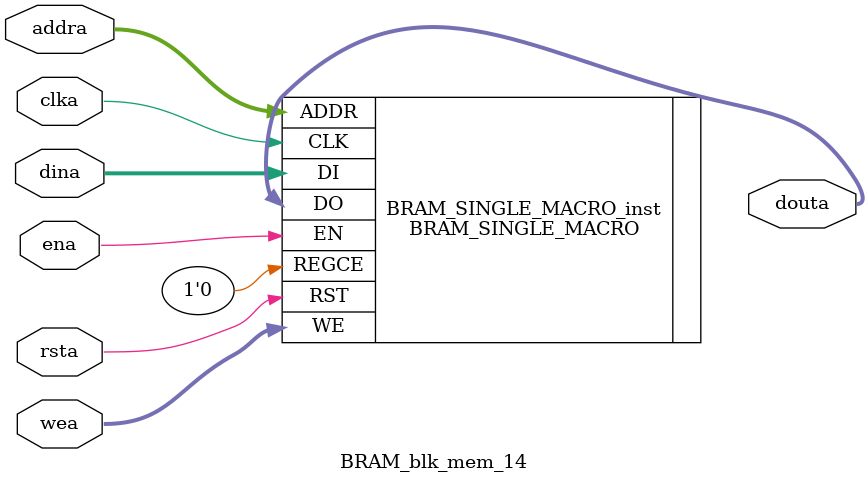
<source format=v>
`timescale 1ns/1ps

module BRAM_blk_mem_14 (
  clka,
  ena,
  wea,
  addra,
  dina,
  douta,
  rsta
);


input wire clka;

input wire ena;

input wire rsta;

input wire [1 : 0] wea;

input wire [9 : 0] addra;

input wire [15 : 0] dina;

output wire [15 : 0] douta;


// BRAM_SINGLE_MACRO : In order to incorporate this function into the design,
//   Verilog   : the following instance declaration needs to be placed
//  instance   : in the body of the design code.  The instance name
// declaration : (BRAM_SINGLE_MACRO_inst) and/or the port declarations within the
//    code     : parenthesis may be changed to properly reference and
//             : connect this function to the design.  All inputs
//             : and outputs must be connected.

//  <-----Cut code below this line---->

   // BRAM_SINGLE_MACRO: Single Port RAM
   //                    Artix-7
   // Xilinx HDL Language Template, version 2016.4
   
   /////////////////////////////////////////////////////////////////////
   //  READ_WIDTH | BRAM_SIZE | READ Depth  | ADDR Width |            //
   // WRITE_WIDTH |           | WRITE Depth |            |  WE Width  //
   // ============|===========|=============|============|============//
   //    37-72    |  "36Kb"   |      512    |    9-bit   |    8-bit   //
   //    19-36    |  "36Kb"   |     1024    |   10-bit   |    4-bit   //
   //    19-36    |  "18Kb"   |      512    |    9-bit   |    4-bit   //
   //    10-18    |  "36Kb"   |     2048    |   11-bit   |    2-bit   //
   //    10-18    |  "18Kb"   |     1024    |   10-bit   |    2-bit   //
   //     5-9     |  "36Kb"   |     4096    |   12-bit   |    1-bit   //
   //     5-9     |  "18Kb"   |     2048    |   11-bit   |    1-bit   //
   //     3-4     |  "36Kb"   |     8192    |   13-bit   |    1-bit   //
   //     3-4     |  "18Kb"   |     4096    |   12-bit   |    1-bit   //
   //       2     |  "36Kb"   |    16384    |   14-bit   |    1-bit   //
   //       2     |  "18Kb"   |     8192    |   13-bit   |    1-bit   //
   //       1     |  "36Kb"   |    32768    |   15-bit   |    1-bit   //
   //       1     |  "18Kb"   |    16384    |   14-bit   |    1-bit   //
   /////////////////////////////////////////////////////////////////////

   BRAM_SINGLE_MACRO #(
      .BRAM_SIZE("18Kb"), // Target BRAM, "18Kb" or "36Kb" 
      .DEVICE("7SERIES"), // Target Device: "7SERIES" 
      .DO_REG(0), // Optional output register (0 or 1)
      .INIT(36'h000000000), // Initial values on output port
      .INIT_FILE ("weight_14.mem"),
      .WRITE_WIDTH(16), // Valid values are 1-72 (37-72 only valid when BRAM_SIZE="36Kb")
      .READ_WIDTH(16),  // Valid values are 1-72 (37-72 only valid when BRAM_SIZE="36Kb")
      .SRVAL(36'h000000000), // Set/Reset value for port output
      .WRITE_MODE("WRITE_FIRST"), // "WRITE_FIRST", "READ_FIRST", or "NO_CHANGE" 
      .INIT_00(256'h0000000000000000000000000000000000000000000000000000000000000000),
      .INIT_01(256'h0000000000000000000000000000000000000000000000000000000000000000),
      .INIT_02(256'h0000000000000000000000000000000000000000000000000000000000000000),
      .INIT_03(256'h0000000000000000000000000000000000000000000000000000000000000000),
      .INIT_04(256'h0000000000000000000000000000000000000000000000000000000000000000),
      .INIT_05(256'h0000000000000000000000000000000000000000000000000000000000000000),
      .INIT_06(256'h0000000000000000000000000000000000000000000000000000000000000000),
      .INIT_07(256'h0000000000000000000000000000000000000000000000000000000000000000),
      .INIT_08(256'h0000000000000000000000000000000000000000000000000000000000000000),
      .INIT_09(256'h0000000000000000000000000000000000000000000000000000000000000000),
      .INIT_0A(256'h0000000000000000000000000000000000000000000000000000000000000000),
      .INIT_0B(256'h0000000000000000000000000000000000000000000000000000000000000000),
      .INIT_0C(256'h0000000000000000000000000000000000000000000000000000000000000000),
      .INIT_0D(256'h0000000000000000000000000000000000000000000000000000000000000000),
      .INIT_0E(256'h0000000000000000000000000000000000000000000000000000000000000000),
      .INIT_0F(256'h0000000000000000000000000000000000000000000000000000000000000000),
      .INIT_10(256'h0000000000000000000000000000000000000000000000000000000000000000),
      .INIT_11(256'h0000000000000000000000000000000000000000000000000000000000000000),
      .INIT_12(256'h0000000000000000000000000000000000000000000000000000000000000000),
      .INIT_13(256'h0000000000000000000000000000000000000000000000000000000000000000),
      .INIT_14(256'h0000000000000000000000000000000000000000000000000000000000000000),
      .INIT_15(256'h0000000000000000000000000000000000000000000000000000000000000000),
      .INIT_16(256'h0000000000000000000000000000000000000000000000000000000000000000),
      .INIT_17(256'h0000000000000000000000000000000000000000000000000000000000000000),
      .INIT_18(256'h0000000000000000000000000000000000000000000000000000000000000000),
      .INIT_19(256'h0000000000000000000000000000000000000000000000000000000000000000),
      .INIT_1A(256'h0000000000000000000000000000000000000000000000000000000000000000),
      .INIT_1B(256'h0000000000000000000000000000000000000000000000000000000000000000),
      .INIT_1C(256'h0000000000000000000000000000000000000000000000000000000000000000),
      .INIT_1D(256'h0000000000000000000000000000000000000000000000000000000000000000),
      .INIT_1E(256'h0000000000000000000000000000000000000000000000000000000000000000),
      .INIT_1F(256'h0000000000000000000000000000000000000000000000000000000000000000),
      .INIT_20(256'h0000000000000000000000000000000000000000000000000000000000000000),
      .INIT_21(256'h0000000000000000000000000000000000000000000000000000000000000000),
      .INIT_22(256'h0000000000000000000000000000000000000000000000000000000000000000),
      .INIT_23(256'h0000000000000000000000000000000000000000000000000000000000000000),
      .INIT_24(256'h0000000000000000000000000000000000000000000000000000000000000000),
      .INIT_25(256'h0000000000000000000000000000000000000000000000000000000000000000),
      .INIT_26(256'h0000000000000000000000000000000000000000000000000000000000000000),
      .INIT_27(256'h0000000000000000000000000000000000000000000000000000000000000000),
      .INIT_28(256'h0000000000000000000000000000000000000000000000000000000000000000),
      .INIT_29(256'h0000000000000000000000000000000000000000000000000000000000000000),
      .INIT_2A(256'h0000000000000000000000000000000000000000000000000000000000000000),
      .INIT_2B(256'h0000000000000000000000000000000000000000000000000000000000000000),
      .INIT_2C(256'h0000000000000000000000000000000000000000000000000000000000000000),
      .INIT_2D(256'h0000000000000000000000000000000000000000000000000000000000000000),
      .INIT_2E(256'h0000000000000000000000000000000000000000000000000000000000000000),
      .INIT_2F(256'h0000000000000000000000000000000000000000000000000000000000000000),
      .INIT_30(256'h0000000000000000000000000000000000000000000000000000000000000000),
      .INIT_31(256'h0000000000000000000000000000000000000000000000000000000000000000),
      .INIT_32(256'h0000000000000000000000000000000000000000000000000000000000000000),
      .INIT_33(256'h0000000000000000000000000000000000000000000000000000000000000000),
      .INIT_34(256'h0000000000000000000000000000000000000000000000000000000000000000),
      .INIT_35(256'h0000000000000000000000000000000000000000000000000000000000000000),
      .INIT_36(256'h0000000000000000000000000000000000000000000000000000000000000000),
      .INIT_37(256'h0000000000000000000000000000000000000000000000000000000000000000),
      .INIT_38(256'h0000000000000000000000000000000000000000000000000000000000000000),
      .INIT_39(256'h0000000000000000000000000000000000000000000000000000000000000000),
      .INIT_3A(256'h0000000000000000000000000000000000000000000000000000000000000000),
      .INIT_3B(256'h0000000000000000000000000000000000000000000000000000000000000000),
      .INIT_3C(256'h0000000000000000000000000000000000000000000000000000000000000000),
      .INIT_3D(256'h0000000000000000000000000000000000000000000000000000000000000000),
      .INIT_3E(256'h0000000000000000000000000000000000000000000000000000000000000000),
      .INIT_3F(256'h0000000000000000000000000000000000000000000000000000000000000000),
      
      // The next set of INIT_xx are valid when configured as 36Kb
      .INIT_40(256'h0000000000000000000000000000000000000000000000000000000000000000),
      .INIT_41(256'h0000000000000000000000000000000000000000000000000000000000000000),
      .INIT_42(256'h0000000000000000000000000000000000000000000000000000000000000000),
      .INIT_43(256'h0000000000000000000000000000000000000000000000000000000000000000),
      .INIT_44(256'h0000000000000000000000000000000000000000000000000000000000000000),
      .INIT_45(256'h0000000000000000000000000000000000000000000000000000000000000000),
      .INIT_46(256'h0000000000000000000000000000000000000000000000000000000000000000),
      .INIT_47(256'h0000000000000000000000000000000000000000000000000000000000000000),
      .INIT_48(256'h0000000000000000000000000000000000000000000000000000000000000000),
      .INIT_49(256'h0000000000000000000000000000000000000000000000000000000000000000),
      .INIT_4A(256'h0000000000000000000000000000000000000000000000000000000000000000),
      .INIT_4B(256'h0000000000000000000000000000000000000000000000000000000000000000),
      .INIT_4C(256'h0000000000000000000000000000000000000000000000000000000000000000),
      .INIT_4D(256'h0000000000000000000000000000000000000000000000000000000000000000),
      .INIT_4E(256'h0000000000000000000000000000000000000000000000000000000000000000),
      .INIT_4F(256'h0000000000000000000000000000000000000000000000000000000000000000),
      .INIT_50(256'h0000000000000000000000000000000000000000000000000000000000000000),
      .INIT_51(256'h0000000000000000000000000000000000000000000000000000000000000000),
      .INIT_52(256'h0000000000000000000000000000000000000000000000000000000000000000),
      .INIT_53(256'h0000000000000000000000000000000000000000000000000000000000000000),
      .INIT_54(256'h0000000000000000000000000000000000000000000000000000000000000000),
      .INIT_55(256'h0000000000000000000000000000000000000000000000000000000000000000),
      .INIT_56(256'h0000000000000000000000000000000000000000000000000000000000000000),
      .INIT_57(256'h0000000000000000000000000000000000000000000000000000000000000000),
      .INIT_58(256'h0000000000000000000000000000000000000000000000000000000000000000),
      .INIT_59(256'h0000000000000000000000000000000000000000000000000000000000000000),
      .INIT_5A(256'h0000000000000000000000000000000000000000000000000000000000000000),
      .INIT_5B(256'h0000000000000000000000000000000000000000000000000000000000000000),
      .INIT_5C(256'h0000000000000000000000000000000000000000000000000000000000000000),
      .INIT_5D(256'h0000000000000000000000000000000000000000000000000000000000000000),
      .INIT_5E(256'h0000000000000000000000000000000000000000000000000000000000000000),
      .INIT_5F(256'h0000000000000000000000000000000000000000000000000000000000000000),
      .INIT_60(256'h0000000000000000000000000000000000000000000000000000000000000000),
      .INIT_61(256'h0000000000000000000000000000000000000000000000000000000000000000),
      .INIT_62(256'h0000000000000000000000000000000000000000000000000000000000000000),
      .INIT_63(256'h0000000000000000000000000000000000000000000000000000000000000000),
      .INIT_64(256'h0000000000000000000000000000000000000000000000000000000000000000),
      .INIT_65(256'h0000000000000000000000000000000000000000000000000000000000000000),
      .INIT_66(256'h0000000000000000000000000000000000000000000000000000000000000000),
      .INIT_67(256'h0000000000000000000000000000000000000000000000000000000000000000),
      .INIT_68(256'h0000000000000000000000000000000000000000000000000000000000000000),
      .INIT_69(256'h0000000000000000000000000000000000000000000000000000000000000000),
      .INIT_6A(256'h0000000000000000000000000000000000000000000000000000000000000000),
      .INIT_6B(256'h0000000000000000000000000000000000000000000000000000000000000000),
      .INIT_6C(256'h0000000000000000000000000000000000000000000000000000000000000000),
      .INIT_6D(256'h0000000000000000000000000000000000000000000000000000000000000000),
      .INIT_6E(256'h0000000000000000000000000000000000000000000000000000000000000000),
      .INIT_6F(256'h0000000000000000000000000000000000000000000000000000000000000000),
      .INIT_70(256'h0000000000000000000000000000000000000000000000000000000000000000),
      .INIT_71(256'h0000000000000000000000000000000000000000000000000000000000000000),
      .INIT_72(256'h0000000000000000000000000000000000000000000000000000000000000000),
      .INIT_73(256'h0000000000000000000000000000000000000000000000000000000000000000),
      .INIT_74(256'h0000000000000000000000000000000000000000000000000000000000000000),
      .INIT_75(256'h0000000000000000000000000000000000000000000000000000000000000000),
      .INIT_76(256'h0000000000000000000000000000000000000000000000000000000000000000),
      .INIT_77(256'h0000000000000000000000000000000000000000000000000000000000000000),
      .INIT_78(256'h0000000000000000000000000000000000000000000000000000000000000000),
      .INIT_79(256'h0000000000000000000000000000000000000000000000000000000000000000),
      .INIT_7A(256'h0000000000000000000000000000000000000000000000000000000000000000),
      .INIT_7B(256'h0000000000000000000000000000000000000000000000000000000000000000),
      .INIT_7C(256'h0000000000000000000000000000000000000000000000000000000000000000),
      .INIT_7D(256'h0000000000000000000000000000000000000000000000000000000000000000),
      .INIT_7E(256'h0000000000000000000000000000000000000000000000000000000000000000),
      .INIT_7F(256'h0000000000000000000000000000000000000000000000000000000000000000),
      
      // The next set of INITP_xx are for the parity bits
      .INITP_00(256'h0000000000000000000000000000000000000000000000000000000000000000),
      .INITP_01(256'h0000000000000000000000000000000000000000000000000000000000000000),
      .INITP_02(256'h0000000000000000000000000000000000000000000000000000000000000000),
      .INITP_03(256'h0000000000000000000000000000000000000000000000000000000000000000),
      .INITP_04(256'h0000000000000000000000000000000000000000000000000000000000000000),
      .INITP_05(256'h0000000000000000000000000000000000000000000000000000000000000000),
      .INITP_06(256'h0000000000000000000000000000000000000000000000000000000000000000),
      .INITP_07(256'h0000000000000000000000000000000000000000000000000000000000000000),
      
      // The next set of INIT_xx are valid when configured as 36Kb
      .INITP_08(256'h0000000000000000000000000000000000000000000000000000000000000000),
      .INITP_09(256'h0000000000000000000000000000000000000000000000000000000000000000),
      .INITP_0A(256'h0000000000000000000000000000000000000000000000000000000000000000),
      .INITP_0B(256'h0000000000000000000000000000000000000000000000000000000000000000),
      .INITP_0C(256'h0000000000000000000000000000000000000000000000000000000000000000),
      .INITP_0D(256'h0000000000000000000000000000000000000000000000000000000000000000),
      .INITP_0E(256'h0000000000000000000000000000000000000000000000000000000000000000),
      .INITP_0F(256'h0000000000000000000000000000000000000000000000000000000000000000)
   ) BRAM_SINGLE_MACRO_inst (
      .DO(douta),       // Output data, width defined by READ_WIDTH parameter
      .ADDR(addra),   // Input address, width defined by read/write port depth
      .CLK(clka),     // 1-bit input clock
      .DI(dina),       // Input data port, width defined by WRITE_WIDTH parameter
      .EN(ena),       // 1-bit input RAM enable
      .REGCE(1'D0), // 1-bit input output register enable
      .RST(rsta),     // 1-bit input reset
      .WE(wea)        // Input write enable, width defined by write port depth
   );

   // End of BRAM_SINGLE_MACRO_inst instantiation
				
				
				
  
endmodule

</source>
